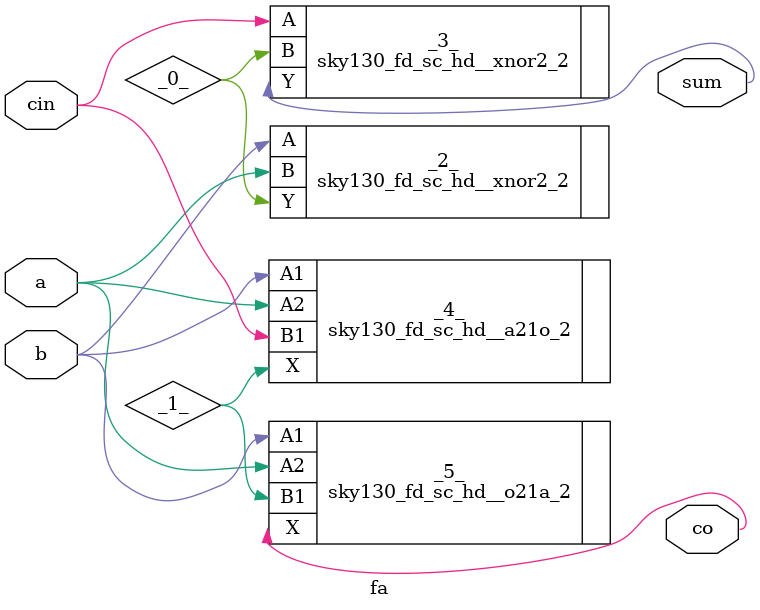
<source format=v>
/* Generated by Yosys 0.38 (git sha1 543faed9c8c, clang++ 16.0.6 -fPIC -Os) */

module fa(a, b, cin, sum, co);
  wire _0_;
  wire _1_;
  input a;
  wire a;
  input b;
  wire b;
  input cin;
  wire cin;
  output co;
  wire co;
  output sum;
  wire sum;
  sky130_fd_sc_hd__xnor2_2 _2_ (
    .A(b),
    .B(a),
    .Y(_0_)
  );
  sky130_fd_sc_hd__xnor2_2 _3_ (
    .A(cin),
    .B(_0_),
    .Y(sum)
  );
  sky130_fd_sc_hd__a21o_2 _4_ (
    .A1(b),
    .A2(a),
    .B1(cin),
    .X(_1_)
  );
  sky130_fd_sc_hd__o21a_2 _5_ (
    .A1(b),
    .A2(a),
    .B1(_1_),
    .X(co)
  );
endmodule

</source>
